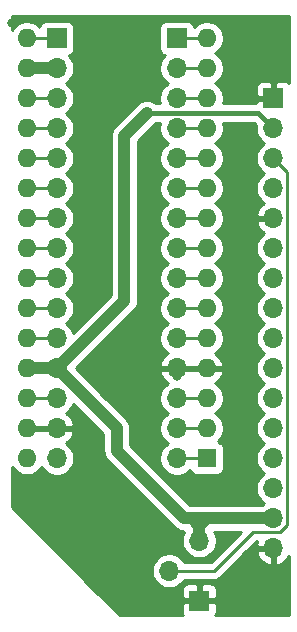
<source format=gbr>
%TF.GenerationSoftware,KiCad,Pcbnew,(5.1.6)-1*%
%TF.CreationDate,2022-01-07T17:36:53-04:00*%
%TF.ProjectId,LCD_adapter,4c43445f-6164-4617-9074-65722e6b6963,rev?*%
%TF.SameCoordinates,Original*%
%TF.FileFunction,Copper,L2,Bot*%
%TF.FilePolarity,Positive*%
%FSLAX46Y46*%
G04 Gerber Fmt 4.6, Leading zero omitted, Abs format (unit mm)*
G04 Created by KiCad (PCBNEW (5.1.6)-1) date 2022-01-07 17:36:53*
%MOMM*%
%LPD*%
G01*
G04 APERTURE LIST*
%TA.AperFunction,ComponentPad*%
%ADD10O,1.700000X1.700000*%
%TD*%
%TA.AperFunction,ComponentPad*%
%ADD11R,1.700000X1.700000*%
%TD*%
%TA.AperFunction,ComponentPad*%
%ADD12O,1.600000X1.600000*%
%TD*%
%TA.AperFunction,ComponentPad*%
%ADD13R,1.600000X1.600000*%
%TD*%
%TA.AperFunction,ViaPad*%
%ADD14C,0.800000*%
%TD*%
%TA.AperFunction,Conductor*%
%ADD15C,0.250000*%
%TD*%
%TA.AperFunction,Conductor*%
%ADD16C,1.000000*%
%TD*%
%TA.AperFunction,Conductor*%
%ADD17C,0.400000*%
%TD*%
%TA.AperFunction,Conductor*%
%ADD18C,0.254000*%
%TD*%
G04 APERTURE END LIST*
D10*
%TO.P,J2,15*%
%TO.N,/D1*%
X163830000Y-100330000D03*
%TO.P,J2,14*%
%TO.N,/D0*%
X163830000Y-97790000D03*
%TO.P,J2,13*%
%TO.N,/nRST*%
X163830000Y-95250000D03*
%TO.P,J2,12*%
%TO.N,GND*%
X163830000Y-92710000D03*
%TO.P,J2,11*%
%TO.N,/D2*%
X163830000Y-90170000D03*
%TO.P,J2,10*%
%TO.N,/D3*%
X163830000Y-87630000D03*
%TO.P,J2,9*%
%TO.N,/D4*%
X163830000Y-85090000D03*
%TO.P,J2,8*%
%TO.N,/D5*%
X163830000Y-82550000D03*
%TO.P,J2,7*%
%TO.N,/D6*%
X163830000Y-80010000D03*
%TO.P,J2,6*%
%TO.N,/D7*%
X163830000Y-77470000D03*
%TO.P,J2,5*%
%TO.N,/D8*%
X163830000Y-74930000D03*
%TO.P,J2,4*%
%TO.N,/D9*%
X163830000Y-72390000D03*
%TO.P,J2,3*%
%TO.N,/D10*%
X163830000Y-69850000D03*
%TO.P,J2,2*%
%TO.N,/D11*%
X163830000Y-67310000D03*
D11*
%TO.P,J2,1*%
%TO.N,/D12*%
X163830000Y-64770000D03*
%TD*%
D10*
%TO.P,J1,15*%
%TO.N,/Vin*%
X153670000Y-100330000D03*
%TO.P,J1,14*%
%TO.N,GND*%
X153670000Y-97790000D03*
%TO.P,J1,13*%
%TO.N,/nRST*%
X153670000Y-95250000D03*
%TO.P,J1,12*%
%TO.N,VDD*%
X153670000Y-92710000D03*
%TO.P,J1,11*%
%TO.N,/A7*%
X153670000Y-90170000D03*
%TO.P,J1,10*%
%TO.N,/A6*%
X153670000Y-87630000D03*
%TO.P,J1,9*%
%TO.N,/A5*%
X153670000Y-85090000D03*
%TO.P,J1,8*%
%TO.N,/A4*%
X153670000Y-82550000D03*
%TO.P,J1,7*%
%TO.N,/A3*%
X153670000Y-80010000D03*
%TO.P,J1,6*%
%TO.N,/A2*%
X153670000Y-77470000D03*
%TO.P,J1,5*%
%TO.N,/A1*%
X153670000Y-74930000D03*
%TO.P,J1,4*%
%TO.N,/A0*%
X153670000Y-72390000D03*
%TO.P,J1,3*%
%TO.N,/AREF*%
X153670000Y-69850000D03*
%TO.P,J1,2*%
%TO.N,/3V3*%
X153670000Y-67310000D03*
D11*
%TO.P,J1,1*%
%TO.N,/D13*%
X153670000Y-64770000D03*
%TD*%
D12*
%TO.P,A1,16*%
%TO.N,/D13*%
X151130000Y-64770000D03*
%TO.P,A1,15*%
%TO.N,/D12*%
X166370000Y-64770000D03*
%TO.P,A1,30*%
%TO.N,/Vin*%
X151130000Y-100330000D03*
%TO.P,A1,14*%
%TO.N,/D11*%
X166370000Y-67310000D03*
%TO.P,A1,29*%
%TO.N,GND*%
X151130000Y-97790000D03*
%TO.P,A1,13*%
%TO.N,/D10*%
X166370000Y-69850000D03*
%TO.P,A1,28*%
%TO.N,/nRST*%
X151130000Y-95250000D03*
%TO.P,A1,12*%
%TO.N,/D9*%
X166370000Y-72390000D03*
%TO.P,A1,27*%
%TO.N,VDD*%
X151130000Y-92710000D03*
%TO.P,A1,11*%
%TO.N,/D8*%
X166370000Y-74930000D03*
%TO.P,A1,26*%
%TO.N,/A7*%
X151130000Y-90170000D03*
%TO.P,A1,10*%
%TO.N,/D7*%
X166370000Y-77470000D03*
%TO.P,A1,25*%
%TO.N,/A6*%
X151130000Y-87630000D03*
%TO.P,A1,9*%
%TO.N,/D6*%
X166370000Y-80010000D03*
%TO.P,A1,24*%
%TO.N,/A5*%
X151130000Y-85090000D03*
%TO.P,A1,8*%
%TO.N,/D5*%
X166370000Y-82550000D03*
%TO.P,A1,23*%
%TO.N,/A4*%
X151130000Y-82550000D03*
%TO.P,A1,7*%
%TO.N,/D4*%
X166370000Y-85090000D03*
%TO.P,A1,22*%
%TO.N,/A3*%
X151130000Y-80010000D03*
%TO.P,A1,6*%
%TO.N,/D3*%
X166370000Y-87630000D03*
%TO.P,A1,21*%
%TO.N,/A2*%
X151130000Y-77470000D03*
%TO.P,A1,5*%
%TO.N,/D2*%
X166370000Y-90170000D03*
%TO.P,A1,20*%
%TO.N,/A1*%
X151130000Y-74930000D03*
%TO.P,A1,4*%
%TO.N,GND*%
X166370000Y-92710000D03*
%TO.P,A1,19*%
%TO.N,/A0*%
X151130000Y-72390000D03*
%TO.P,A1,3*%
%TO.N,/nRST*%
X166370000Y-95250000D03*
%TO.P,A1,18*%
%TO.N,/AREF*%
X151130000Y-69850000D03*
%TO.P,A1,2*%
%TO.N,/D0*%
X166370000Y-97790000D03*
%TO.P,A1,17*%
%TO.N,/3V3*%
X151130000Y-67310000D03*
D13*
%TO.P,A1,1*%
%TO.N,/D1*%
X166370000Y-100330000D03*
%TD*%
D10*
%TO.P,RV1,3*%
%TO.N,VDD*%
X165735000Y-107315000D03*
%TO.P,RV1,2*%
%TO.N,Net-(RV1-Pad2)*%
X163195000Y-109855000D03*
D11*
%TO.P,RV1,1*%
%TO.N,GND*%
X165735000Y-112395000D03*
%TD*%
D10*
%TO.P,U1,16*%
%TO.N,GND*%
X172000000Y-107950000D03*
%TO.P,U1,15*%
%TO.N,VDD*%
X172000000Y-105410000D03*
%TO.P,U1,14*%
%TO.N,/D2*%
X172000000Y-102870000D03*
%TO.P,U1,13*%
%TO.N,/D3*%
X172000000Y-100330000D03*
%TO.P,U1,12*%
%TO.N,/D4*%
X172000000Y-97790000D03*
%TO.P,U1,11*%
%TO.N,/D5*%
X172000000Y-95250000D03*
%TO.P,U1,10*%
%TO.N,Net-(U1-Pad10)*%
X172000000Y-92710000D03*
%TO.P,U1,9*%
%TO.N,Net-(U1-Pad9)*%
X172000000Y-90170000D03*
%TO.P,U1,8*%
%TO.N,Net-(U1-Pad8)*%
X172000000Y-87630000D03*
%TO.P,U1,7*%
%TO.N,Net-(U1-Pad7)*%
X172000000Y-85090000D03*
%TO.P,U1,6*%
%TO.N,/D11*%
X172000000Y-82550000D03*
%TO.P,U1,5*%
%TO.N,GND*%
X172000000Y-80010000D03*
%TO.P,U1,4*%
%TO.N,/D12*%
X172000000Y-77470000D03*
%TO.P,U1,3*%
%TO.N,Net-(RV1-Pad2)*%
X172000000Y-74930000D03*
%TO.P,U1,2*%
%TO.N,VDD*%
X172000000Y-72390000D03*
D11*
%TO.P,U1,1*%
%TO.N,GND*%
X172000000Y-69850000D03*
%TD*%
D14*
%TO.N,GND*%
X149860000Y-63500000D03*
X151130000Y-104140000D03*
X172085000Y-112395000D03*
X159385000Y-112395000D03*
X153670000Y-97790000D03*
X159385000Y-103505000D03*
X161290000Y-92710000D03*
X156210000Y-83185000D03*
X163830000Y-93345000D03*
X165735000Y-102235000D03*
X168910000Y-102235000D03*
X172085000Y-67310000D03*
X172085000Y-64135000D03*
X156210000Y-64135000D03*
X161290000Y-64135000D03*
X161290000Y-69215000D03*
X156210000Y-72390000D03*
X156210000Y-92710000D03*
X156210000Y-97790000D03*
%TO.N,/D8*%
X163830000Y-74930000D03*
%TO.N,/A1*%
X153670000Y-74930000D03*
%TD*%
D15*
%TO.N,/D12*%
X163830000Y-64770000D02*
X166370000Y-64770000D01*
%TO.N,/D11*%
X163830000Y-67310000D02*
X166370000Y-67310000D01*
D16*
%TO.N,VDD*%
X167640000Y-105410000D02*
X172000000Y-105410000D01*
X165735000Y-107315000D02*
X165735000Y-105410000D01*
X165735000Y-106045000D02*
X165100000Y-105410000D01*
X164464980Y-105410000D02*
X165100000Y-105410000D01*
X165735000Y-107315000D02*
X165735000Y-106045000D01*
X165100000Y-105410000D02*
X165735000Y-105410000D01*
X165735000Y-106045000D02*
X166370000Y-105410000D01*
X165735000Y-105410000D02*
X166370000Y-105410000D01*
X166370000Y-105410000D02*
X167640000Y-105410000D01*
X153035000Y-92710000D02*
X153670000Y-92710000D01*
X151130000Y-92710000D02*
X153035000Y-92710000D01*
X164464980Y-105410000D02*
X164464980Y-105409980D01*
X164464980Y-105409980D02*
X158750000Y-99695000D01*
X158750000Y-97790000D02*
X153670000Y-92710000D01*
X158750000Y-99695000D02*
X158750000Y-97790000D01*
X153670000Y-92710000D02*
X158750000Y-87630000D01*
X158750000Y-87630000D02*
X159385000Y-86995000D01*
X159385000Y-86995000D02*
X159385000Y-73025000D01*
X159385000Y-73025000D02*
X160655000Y-71755000D01*
X160655000Y-71755000D02*
X161290000Y-71120000D01*
D17*
X170730000Y-71120000D02*
X161290000Y-71120000D01*
X172000000Y-72390000D02*
X170730000Y-71120000D01*
D15*
%TO.N,/D5*%
X163830000Y-82550000D02*
X166370000Y-82550000D01*
%TO.N,/D4*%
X163830000Y-85090000D02*
X166370000Y-85090000D01*
%TO.N,/D3*%
X163830000Y-87630000D02*
X166370000Y-87630000D01*
%TO.N,/D2*%
X163830000Y-90170000D02*
X166370000Y-90170000D01*
%TO.N,Net-(RV1-Pad2)*%
X166369980Y-109855000D02*
X167005000Y-109855000D01*
X173175001Y-76105001D02*
X172000000Y-74930000D01*
X173175001Y-105974001D02*
X173175001Y-76105001D01*
X172564001Y-106585001D02*
X173175001Y-105974001D01*
X170274999Y-106585001D02*
X172564001Y-106585001D01*
X167005000Y-109855000D02*
X170274999Y-106585001D01*
X166369980Y-109855000D02*
X163195000Y-109855000D01*
%TO.N,/D13*%
X151130000Y-64770000D02*
X153670000Y-64770000D01*
%TO.N,/D10*%
X163830000Y-69850000D02*
X166370000Y-69850000D01*
%TO.N,/nRST*%
X151130000Y-95250000D02*
X153670000Y-95250000D01*
X163830000Y-95250000D02*
X166370000Y-95250000D01*
%TO.N,/D9*%
X163830000Y-72390000D02*
X166370000Y-72390000D01*
%TO.N,/D8*%
X163830000Y-74930000D02*
X166370000Y-74930000D01*
%TO.N,/A7*%
X151130000Y-90170000D02*
X153670000Y-90170000D01*
%TO.N,/D7*%
X163830000Y-77470000D02*
X166370000Y-77470000D01*
%TO.N,/A6*%
X151130000Y-87630000D02*
X153670000Y-87630000D01*
%TO.N,/D6*%
X163830000Y-80010000D02*
X166370000Y-80010000D01*
%TO.N,/A5*%
X151130000Y-85090000D02*
X153670000Y-85090000D01*
%TO.N,/A4*%
X151130000Y-82550000D02*
X153670000Y-82550000D01*
%TO.N,/A3*%
X151130000Y-80010000D02*
X153670000Y-80010000D01*
%TO.N,/A2*%
X151130000Y-77470000D02*
X153670000Y-77470000D01*
%TO.N,/A1*%
X151130000Y-74930000D02*
X153670000Y-74930000D01*
%TO.N,/A0*%
X151130000Y-72390000D02*
X153670000Y-72390000D01*
%TO.N,/AREF*%
X151130000Y-69850000D02*
X153670000Y-69850000D01*
%TO.N,/D0*%
X163830000Y-97790000D02*
X166370000Y-97790000D01*
D16*
%TO.N,/3V3*%
X151130000Y-67310000D02*
X153670000Y-67310000D01*
D15*
%TO.N,/D1*%
X163830000Y-100330000D02*
X166370000Y-100330000D01*
%TD*%
D18*
%TO.N,GND*%
G36*
X157615001Y-98260133D02*
G01*
X157615000Y-99639248D01*
X157609509Y-99695000D01*
X157615000Y-99750751D01*
X157631423Y-99917498D01*
X157696324Y-100131446D01*
X157801716Y-100328623D01*
X157943551Y-100501449D01*
X157986865Y-100536996D01*
X163622897Y-106173029D01*
X163658531Y-106216449D01*
X163831357Y-106358284D01*
X164028533Y-106463676D01*
X164242481Y-106528577D01*
X164460152Y-106550015D01*
X164419010Y-106611589D01*
X164307068Y-106881842D01*
X164250000Y-107168740D01*
X164250000Y-107461260D01*
X164307068Y-107748158D01*
X164419010Y-108018411D01*
X164581525Y-108261632D01*
X164788368Y-108468475D01*
X165031589Y-108630990D01*
X165301842Y-108742932D01*
X165588740Y-108800000D01*
X165881260Y-108800000D01*
X166168158Y-108742932D01*
X166438411Y-108630990D01*
X166681632Y-108468475D01*
X166888475Y-108261632D01*
X167050990Y-108018411D01*
X167162932Y-107748158D01*
X167220000Y-107461260D01*
X167220000Y-107168740D01*
X167162932Y-106881842D01*
X167050990Y-106611589D01*
X167006497Y-106545000D01*
X169240198Y-106545000D01*
X166690199Y-109095000D01*
X164473178Y-109095000D01*
X164348475Y-108908368D01*
X164141632Y-108701525D01*
X163898411Y-108539010D01*
X163628158Y-108427068D01*
X163341260Y-108370000D01*
X163048740Y-108370000D01*
X162761842Y-108427068D01*
X162491589Y-108539010D01*
X162248368Y-108701525D01*
X162041525Y-108908368D01*
X161879010Y-109151589D01*
X161767068Y-109421842D01*
X161710000Y-109708740D01*
X161710000Y-110001260D01*
X161767068Y-110288158D01*
X161879010Y-110558411D01*
X162041525Y-110801632D01*
X162248368Y-111008475D01*
X162491589Y-111170990D01*
X162761842Y-111282932D01*
X163048740Y-111340000D01*
X163341260Y-111340000D01*
X163628158Y-111282932D01*
X163898411Y-111170990D01*
X164141632Y-111008475D01*
X164348475Y-110801632D01*
X164473178Y-110615000D01*
X166967678Y-110615000D01*
X167005000Y-110618676D01*
X167042322Y-110615000D01*
X167042333Y-110615000D01*
X167153986Y-110604003D01*
X167297247Y-110560546D01*
X167429276Y-110489974D01*
X167545001Y-110395001D01*
X167568804Y-110365997D01*
X169627911Y-108306890D01*
X170558524Y-108306890D01*
X170603175Y-108454099D01*
X170728359Y-108716920D01*
X170902412Y-108950269D01*
X171118645Y-109145178D01*
X171368748Y-109294157D01*
X171643109Y-109391481D01*
X171873000Y-109270814D01*
X171873000Y-108077000D01*
X170679845Y-108077000D01*
X170558524Y-108306890D01*
X169627911Y-108306890D01*
X170589801Y-107345001D01*
X170651235Y-107345001D01*
X170603175Y-107445901D01*
X170558524Y-107593110D01*
X170679845Y-107823000D01*
X171873000Y-107823000D01*
X171873000Y-107803000D01*
X172127000Y-107803000D01*
X172127000Y-107823000D01*
X172147000Y-107823000D01*
X172147000Y-108077000D01*
X172127000Y-108077000D01*
X172127000Y-109270814D01*
X172356891Y-109391481D01*
X172631252Y-109294157D01*
X172881355Y-109145178D01*
X173097588Y-108950269D01*
X173271641Y-108716920D01*
X173330000Y-108594396D01*
X173330000Y-113640000D01*
X167082295Y-113640000D01*
X167115537Y-113599494D01*
X167174502Y-113489180D01*
X167210812Y-113369482D01*
X167223072Y-113245000D01*
X167220000Y-112680750D01*
X167061250Y-112522000D01*
X165862000Y-112522000D01*
X165862000Y-112542000D01*
X165608000Y-112542000D01*
X165608000Y-112522000D01*
X164408750Y-112522000D01*
X164250000Y-112680750D01*
X164246928Y-113245000D01*
X164259188Y-113369482D01*
X164295498Y-113489180D01*
X164354463Y-113599494D01*
X164387705Y-113640000D01*
X159023381Y-113640000D01*
X156928381Y-111545000D01*
X164246928Y-111545000D01*
X164250000Y-112109250D01*
X164408750Y-112268000D01*
X165608000Y-112268000D01*
X165608000Y-111068750D01*
X165862000Y-111068750D01*
X165862000Y-112268000D01*
X167061250Y-112268000D01*
X167220000Y-112109250D01*
X167223072Y-111545000D01*
X167210812Y-111420518D01*
X167174502Y-111300820D01*
X167115537Y-111190506D01*
X167036185Y-111093815D01*
X166939494Y-111014463D01*
X166829180Y-110955498D01*
X166709482Y-110919188D01*
X166585000Y-110906928D01*
X166020750Y-110910000D01*
X165862000Y-111068750D01*
X165608000Y-111068750D01*
X165449250Y-110910000D01*
X164885000Y-110906928D01*
X164760518Y-110919188D01*
X164640820Y-110955498D01*
X164530506Y-111014463D01*
X164433815Y-111093815D01*
X164354463Y-111190506D01*
X164295498Y-111300820D01*
X164259188Y-111420518D01*
X164246928Y-111545000D01*
X156928381Y-111545000D01*
X149885000Y-104501620D01*
X149885000Y-101049657D01*
X150015363Y-101244759D01*
X150215241Y-101444637D01*
X150450273Y-101601680D01*
X150711426Y-101709853D01*
X150988665Y-101765000D01*
X151271335Y-101765000D01*
X151548574Y-101709853D01*
X151809727Y-101601680D01*
X152044759Y-101444637D01*
X152244637Y-101244759D01*
X152369932Y-101057241D01*
X152516525Y-101276632D01*
X152723368Y-101483475D01*
X152966589Y-101645990D01*
X153236842Y-101757932D01*
X153523740Y-101815000D01*
X153816260Y-101815000D01*
X154103158Y-101757932D01*
X154373411Y-101645990D01*
X154616632Y-101483475D01*
X154823475Y-101276632D01*
X154985990Y-101033411D01*
X155097932Y-100763158D01*
X155155000Y-100476260D01*
X155155000Y-100183740D01*
X155097932Y-99896842D01*
X154985990Y-99626589D01*
X154823475Y-99383368D01*
X154616632Y-99176525D01*
X154434466Y-99054805D01*
X154551355Y-98985178D01*
X154767588Y-98790269D01*
X154941641Y-98556920D01*
X155066825Y-98294099D01*
X155111476Y-98146890D01*
X154990155Y-97917000D01*
X153797000Y-97917000D01*
X153797000Y-97937000D01*
X153543000Y-97937000D01*
X153543000Y-97917000D01*
X151257000Y-97917000D01*
X151257000Y-97937000D01*
X151003000Y-97937000D01*
X151003000Y-97917000D01*
X150983000Y-97917000D01*
X150983000Y-97663000D01*
X151003000Y-97663000D01*
X151003000Y-97643000D01*
X151257000Y-97643000D01*
X151257000Y-97663000D01*
X153543000Y-97663000D01*
X153543000Y-97643000D01*
X153797000Y-97643000D01*
X153797000Y-97663000D01*
X154990155Y-97663000D01*
X155111476Y-97433110D01*
X155066825Y-97285901D01*
X154941641Y-97023080D01*
X154767588Y-96789731D01*
X154551355Y-96594822D01*
X154434466Y-96525195D01*
X154616632Y-96403475D01*
X154823475Y-96196632D01*
X154985990Y-95953411D01*
X155080386Y-95725518D01*
X157615001Y-98260133D01*
G37*
X157615001Y-98260133D02*
X157615000Y-99639248D01*
X157609509Y-99695000D01*
X157615000Y-99750751D01*
X157631423Y-99917498D01*
X157696324Y-100131446D01*
X157801716Y-100328623D01*
X157943551Y-100501449D01*
X157986865Y-100536996D01*
X163622897Y-106173029D01*
X163658531Y-106216449D01*
X163831357Y-106358284D01*
X164028533Y-106463676D01*
X164242481Y-106528577D01*
X164460152Y-106550015D01*
X164419010Y-106611589D01*
X164307068Y-106881842D01*
X164250000Y-107168740D01*
X164250000Y-107461260D01*
X164307068Y-107748158D01*
X164419010Y-108018411D01*
X164581525Y-108261632D01*
X164788368Y-108468475D01*
X165031589Y-108630990D01*
X165301842Y-108742932D01*
X165588740Y-108800000D01*
X165881260Y-108800000D01*
X166168158Y-108742932D01*
X166438411Y-108630990D01*
X166681632Y-108468475D01*
X166888475Y-108261632D01*
X167050990Y-108018411D01*
X167162932Y-107748158D01*
X167220000Y-107461260D01*
X167220000Y-107168740D01*
X167162932Y-106881842D01*
X167050990Y-106611589D01*
X167006497Y-106545000D01*
X169240198Y-106545000D01*
X166690199Y-109095000D01*
X164473178Y-109095000D01*
X164348475Y-108908368D01*
X164141632Y-108701525D01*
X163898411Y-108539010D01*
X163628158Y-108427068D01*
X163341260Y-108370000D01*
X163048740Y-108370000D01*
X162761842Y-108427068D01*
X162491589Y-108539010D01*
X162248368Y-108701525D01*
X162041525Y-108908368D01*
X161879010Y-109151589D01*
X161767068Y-109421842D01*
X161710000Y-109708740D01*
X161710000Y-110001260D01*
X161767068Y-110288158D01*
X161879010Y-110558411D01*
X162041525Y-110801632D01*
X162248368Y-111008475D01*
X162491589Y-111170990D01*
X162761842Y-111282932D01*
X163048740Y-111340000D01*
X163341260Y-111340000D01*
X163628158Y-111282932D01*
X163898411Y-111170990D01*
X164141632Y-111008475D01*
X164348475Y-110801632D01*
X164473178Y-110615000D01*
X166967678Y-110615000D01*
X167005000Y-110618676D01*
X167042322Y-110615000D01*
X167042333Y-110615000D01*
X167153986Y-110604003D01*
X167297247Y-110560546D01*
X167429276Y-110489974D01*
X167545001Y-110395001D01*
X167568804Y-110365997D01*
X169627911Y-108306890D01*
X170558524Y-108306890D01*
X170603175Y-108454099D01*
X170728359Y-108716920D01*
X170902412Y-108950269D01*
X171118645Y-109145178D01*
X171368748Y-109294157D01*
X171643109Y-109391481D01*
X171873000Y-109270814D01*
X171873000Y-108077000D01*
X170679845Y-108077000D01*
X170558524Y-108306890D01*
X169627911Y-108306890D01*
X170589801Y-107345001D01*
X170651235Y-107345001D01*
X170603175Y-107445901D01*
X170558524Y-107593110D01*
X170679845Y-107823000D01*
X171873000Y-107823000D01*
X171873000Y-107803000D01*
X172127000Y-107803000D01*
X172127000Y-107823000D01*
X172147000Y-107823000D01*
X172147000Y-108077000D01*
X172127000Y-108077000D01*
X172127000Y-109270814D01*
X172356891Y-109391481D01*
X172631252Y-109294157D01*
X172881355Y-109145178D01*
X173097588Y-108950269D01*
X173271641Y-108716920D01*
X173330000Y-108594396D01*
X173330000Y-113640000D01*
X167082295Y-113640000D01*
X167115537Y-113599494D01*
X167174502Y-113489180D01*
X167210812Y-113369482D01*
X167223072Y-113245000D01*
X167220000Y-112680750D01*
X167061250Y-112522000D01*
X165862000Y-112522000D01*
X165862000Y-112542000D01*
X165608000Y-112542000D01*
X165608000Y-112522000D01*
X164408750Y-112522000D01*
X164250000Y-112680750D01*
X164246928Y-113245000D01*
X164259188Y-113369482D01*
X164295498Y-113489180D01*
X164354463Y-113599494D01*
X164387705Y-113640000D01*
X159023381Y-113640000D01*
X156928381Y-111545000D01*
X164246928Y-111545000D01*
X164250000Y-112109250D01*
X164408750Y-112268000D01*
X165608000Y-112268000D01*
X165608000Y-111068750D01*
X165862000Y-111068750D01*
X165862000Y-112268000D01*
X167061250Y-112268000D01*
X167220000Y-112109250D01*
X167223072Y-111545000D01*
X167210812Y-111420518D01*
X167174502Y-111300820D01*
X167115537Y-111190506D01*
X167036185Y-111093815D01*
X166939494Y-111014463D01*
X166829180Y-110955498D01*
X166709482Y-110919188D01*
X166585000Y-110906928D01*
X166020750Y-110910000D01*
X165862000Y-111068750D01*
X165608000Y-111068750D01*
X165449250Y-110910000D01*
X164885000Y-110906928D01*
X164760518Y-110919188D01*
X164640820Y-110955498D01*
X164530506Y-111014463D01*
X164433815Y-111093815D01*
X164354463Y-111190506D01*
X164295498Y-111300820D01*
X164259188Y-111420518D01*
X164246928Y-111545000D01*
X156928381Y-111545000D01*
X149885000Y-104501620D01*
X149885000Y-101049657D01*
X150015363Y-101244759D01*
X150215241Y-101444637D01*
X150450273Y-101601680D01*
X150711426Y-101709853D01*
X150988665Y-101765000D01*
X151271335Y-101765000D01*
X151548574Y-101709853D01*
X151809727Y-101601680D01*
X152044759Y-101444637D01*
X152244637Y-101244759D01*
X152369932Y-101057241D01*
X152516525Y-101276632D01*
X152723368Y-101483475D01*
X152966589Y-101645990D01*
X153236842Y-101757932D01*
X153523740Y-101815000D01*
X153816260Y-101815000D01*
X154103158Y-101757932D01*
X154373411Y-101645990D01*
X154616632Y-101483475D01*
X154823475Y-101276632D01*
X154985990Y-101033411D01*
X155097932Y-100763158D01*
X155155000Y-100476260D01*
X155155000Y-100183740D01*
X155097932Y-99896842D01*
X154985990Y-99626589D01*
X154823475Y-99383368D01*
X154616632Y-99176525D01*
X154434466Y-99054805D01*
X154551355Y-98985178D01*
X154767588Y-98790269D01*
X154941641Y-98556920D01*
X155066825Y-98294099D01*
X155111476Y-98146890D01*
X154990155Y-97917000D01*
X153797000Y-97917000D01*
X153797000Y-97937000D01*
X153543000Y-97937000D01*
X153543000Y-97917000D01*
X151257000Y-97917000D01*
X151257000Y-97937000D01*
X151003000Y-97937000D01*
X151003000Y-97917000D01*
X150983000Y-97917000D01*
X150983000Y-97663000D01*
X151003000Y-97663000D01*
X151003000Y-97643000D01*
X151257000Y-97643000D01*
X151257000Y-97663000D01*
X153543000Y-97663000D01*
X153543000Y-97643000D01*
X153797000Y-97643000D01*
X153797000Y-97663000D01*
X154990155Y-97663000D01*
X155111476Y-97433110D01*
X155066825Y-97285901D01*
X154941641Y-97023080D01*
X154767588Y-96789731D01*
X154551355Y-96594822D01*
X154434466Y-96525195D01*
X154616632Y-96403475D01*
X154823475Y-96196632D01*
X154985990Y-95953411D01*
X155080386Y-95725518D01*
X157615001Y-98260133D01*
G36*
X162402068Y-71956842D02*
G01*
X162345000Y-72243740D01*
X162345000Y-72536260D01*
X162402068Y-72823158D01*
X162514010Y-73093411D01*
X162676525Y-73336632D01*
X162883368Y-73543475D01*
X163057760Y-73660000D01*
X162883368Y-73776525D01*
X162676525Y-73983368D01*
X162514010Y-74226589D01*
X162402068Y-74496842D01*
X162345000Y-74783740D01*
X162345000Y-75076260D01*
X162402068Y-75363158D01*
X162514010Y-75633411D01*
X162676525Y-75876632D01*
X162883368Y-76083475D01*
X163057760Y-76200000D01*
X162883368Y-76316525D01*
X162676525Y-76523368D01*
X162514010Y-76766589D01*
X162402068Y-77036842D01*
X162345000Y-77323740D01*
X162345000Y-77616260D01*
X162402068Y-77903158D01*
X162514010Y-78173411D01*
X162676525Y-78416632D01*
X162883368Y-78623475D01*
X163057760Y-78740000D01*
X162883368Y-78856525D01*
X162676525Y-79063368D01*
X162514010Y-79306589D01*
X162402068Y-79576842D01*
X162345000Y-79863740D01*
X162345000Y-80156260D01*
X162402068Y-80443158D01*
X162514010Y-80713411D01*
X162676525Y-80956632D01*
X162883368Y-81163475D01*
X163057760Y-81280000D01*
X162883368Y-81396525D01*
X162676525Y-81603368D01*
X162514010Y-81846589D01*
X162402068Y-82116842D01*
X162345000Y-82403740D01*
X162345000Y-82696260D01*
X162402068Y-82983158D01*
X162514010Y-83253411D01*
X162676525Y-83496632D01*
X162883368Y-83703475D01*
X163057760Y-83820000D01*
X162883368Y-83936525D01*
X162676525Y-84143368D01*
X162514010Y-84386589D01*
X162402068Y-84656842D01*
X162345000Y-84943740D01*
X162345000Y-85236260D01*
X162402068Y-85523158D01*
X162514010Y-85793411D01*
X162676525Y-86036632D01*
X162883368Y-86243475D01*
X163057760Y-86360000D01*
X162883368Y-86476525D01*
X162676525Y-86683368D01*
X162514010Y-86926589D01*
X162402068Y-87196842D01*
X162345000Y-87483740D01*
X162345000Y-87776260D01*
X162402068Y-88063158D01*
X162514010Y-88333411D01*
X162676525Y-88576632D01*
X162883368Y-88783475D01*
X163057760Y-88900000D01*
X162883368Y-89016525D01*
X162676525Y-89223368D01*
X162514010Y-89466589D01*
X162402068Y-89736842D01*
X162345000Y-90023740D01*
X162345000Y-90316260D01*
X162402068Y-90603158D01*
X162514010Y-90873411D01*
X162676525Y-91116632D01*
X162883368Y-91323475D01*
X163065534Y-91445195D01*
X162948645Y-91514822D01*
X162732412Y-91709731D01*
X162558359Y-91943080D01*
X162433175Y-92205901D01*
X162388524Y-92353110D01*
X162509845Y-92583000D01*
X163703000Y-92583000D01*
X163703000Y-92563000D01*
X163957000Y-92563000D01*
X163957000Y-92583000D01*
X166243000Y-92583000D01*
X166243000Y-92563000D01*
X166497000Y-92563000D01*
X166497000Y-92583000D01*
X167639915Y-92583000D01*
X167761904Y-92360961D01*
X167721246Y-92226913D01*
X167601037Y-91972580D01*
X167433519Y-91746586D01*
X167225131Y-91557615D01*
X167039135Y-91446067D01*
X167049727Y-91441680D01*
X167284759Y-91284637D01*
X167484637Y-91084759D01*
X167641680Y-90849727D01*
X167749853Y-90588574D01*
X167805000Y-90311335D01*
X167805000Y-90028665D01*
X167749853Y-89751426D01*
X167641680Y-89490273D01*
X167484637Y-89255241D01*
X167284759Y-89055363D01*
X167052241Y-88900000D01*
X167284759Y-88744637D01*
X167484637Y-88544759D01*
X167641680Y-88309727D01*
X167749853Y-88048574D01*
X167805000Y-87771335D01*
X167805000Y-87488665D01*
X167749853Y-87211426D01*
X167641680Y-86950273D01*
X167484637Y-86715241D01*
X167284759Y-86515363D01*
X167052241Y-86360000D01*
X167284759Y-86204637D01*
X167484637Y-86004759D01*
X167641680Y-85769727D01*
X167749853Y-85508574D01*
X167805000Y-85231335D01*
X167805000Y-84948665D01*
X167749853Y-84671426D01*
X167641680Y-84410273D01*
X167484637Y-84175241D01*
X167284759Y-83975363D01*
X167052241Y-83820000D01*
X167284759Y-83664637D01*
X167484637Y-83464759D01*
X167641680Y-83229727D01*
X167749853Y-82968574D01*
X167805000Y-82691335D01*
X167805000Y-82408665D01*
X167749853Y-82131426D01*
X167641680Y-81870273D01*
X167484637Y-81635241D01*
X167284759Y-81435363D01*
X167052241Y-81280000D01*
X167284759Y-81124637D01*
X167484637Y-80924759D01*
X167641680Y-80689727D01*
X167749853Y-80428574D01*
X167805000Y-80151335D01*
X167805000Y-79868665D01*
X167749853Y-79591426D01*
X167641680Y-79330273D01*
X167484637Y-79095241D01*
X167284759Y-78895363D01*
X167052241Y-78740000D01*
X167284759Y-78584637D01*
X167484637Y-78384759D01*
X167641680Y-78149727D01*
X167749853Y-77888574D01*
X167805000Y-77611335D01*
X167805000Y-77328665D01*
X167749853Y-77051426D01*
X167641680Y-76790273D01*
X167484637Y-76555241D01*
X167284759Y-76355363D01*
X167052241Y-76200000D01*
X167284759Y-76044637D01*
X167484637Y-75844759D01*
X167641680Y-75609727D01*
X167749853Y-75348574D01*
X167805000Y-75071335D01*
X167805000Y-74788665D01*
X167749853Y-74511426D01*
X167641680Y-74250273D01*
X167484637Y-74015241D01*
X167284759Y-73815363D01*
X167052241Y-73660000D01*
X167284759Y-73504637D01*
X167484637Y-73304759D01*
X167641680Y-73069727D01*
X167749853Y-72808574D01*
X167805000Y-72531335D01*
X167805000Y-72248665D01*
X167749853Y-71971426D01*
X167743049Y-71955000D01*
X170384133Y-71955000D01*
X170541193Y-72112060D01*
X170515000Y-72243740D01*
X170515000Y-72536260D01*
X170572068Y-72823158D01*
X170684010Y-73093411D01*
X170846525Y-73336632D01*
X171053368Y-73543475D01*
X171227760Y-73660000D01*
X171053368Y-73776525D01*
X170846525Y-73983368D01*
X170684010Y-74226589D01*
X170572068Y-74496842D01*
X170515000Y-74783740D01*
X170515000Y-75076260D01*
X170572068Y-75363158D01*
X170684010Y-75633411D01*
X170846525Y-75876632D01*
X171053368Y-76083475D01*
X171227760Y-76200000D01*
X171053368Y-76316525D01*
X170846525Y-76523368D01*
X170684010Y-76766589D01*
X170572068Y-77036842D01*
X170515000Y-77323740D01*
X170515000Y-77616260D01*
X170572068Y-77903158D01*
X170684010Y-78173411D01*
X170846525Y-78416632D01*
X171053368Y-78623475D01*
X171235534Y-78745195D01*
X171118645Y-78814822D01*
X170902412Y-79009731D01*
X170728359Y-79243080D01*
X170603175Y-79505901D01*
X170558524Y-79653110D01*
X170679845Y-79883000D01*
X171873000Y-79883000D01*
X171873000Y-79863000D01*
X172127000Y-79863000D01*
X172127000Y-79883000D01*
X172147000Y-79883000D01*
X172147000Y-80137000D01*
X172127000Y-80137000D01*
X172127000Y-80157000D01*
X171873000Y-80157000D01*
X171873000Y-80137000D01*
X170679845Y-80137000D01*
X170558524Y-80366890D01*
X170603175Y-80514099D01*
X170728359Y-80776920D01*
X170902412Y-81010269D01*
X171118645Y-81205178D01*
X171235534Y-81274805D01*
X171053368Y-81396525D01*
X170846525Y-81603368D01*
X170684010Y-81846589D01*
X170572068Y-82116842D01*
X170515000Y-82403740D01*
X170515000Y-82696260D01*
X170572068Y-82983158D01*
X170684010Y-83253411D01*
X170846525Y-83496632D01*
X171053368Y-83703475D01*
X171227760Y-83820000D01*
X171053368Y-83936525D01*
X170846525Y-84143368D01*
X170684010Y-84386589D01*
X170572068Y-84656842D01*
X170515000Y-84943740D01*
X170515000Y-85236260D01*
X170572068Y-85523158D01*
X170684010Y-85793411D01*
X170846525Y-86036632D01*
X171053368Y-86243475D01*
X171227760Y-86360000D01*
X171053368Y-86476525D01*
X170846525Y-86683368D01*
X170684010Y-86926589D01*
X170572068Y-87196842D01*
X170515000Y-87483740D01*
X170515000Y-87776260D01*
X170572068Y-88063158D01*
X170684010Y-88333411D01*
X170846525Y-88576632D01*
X171053368Y-88783475D01*
X171227760Y-88900000D01*
X171053368Y-89016525D01*
X170846525Y-89223368D01*
X170684010Y-89466589D01*
X170572068Y-89736842D01*
X170515000Y-90023740D01*
X170515000Y-90316260D01*
X170572068Y-90603158D01*
X170684010Y-90873411D01*
X170846525Y-91116632D01*
X171053368Y-91323475D01*
X171227760Y-91440000D01*
X171053368Y-91556525D01*
X170846525Y-91763368D01*
X170684010Y-92006589D01*
X170572068Y-92276842D01*
X170515000Y-92563740D01*
X170515000Y-92856260D01*
X170572068Y-93143158D01*
X170684010Y-93413411D01*
X170846525Y-93656632D01*
X171053368Y-93863475D01*
X171227760Y-93980000D01*
X171053368Y-94096525D01*
X170846525Y-94303368D01*
X170684010Y-94546589D01*
X170572068Y-94816842D01*
X170515000Y-95103740D01*
X170515000Y-95396260D01*
X170572068Y-95683158D01*
X170684010Y-95953411D01*
X170846525Y-96196632D01*
X171053368Y-96403475D01*
X171227760Y-96520000D01*
X171053368Y-96636525D01*
X170846525Y-96843368D01*
X170684010Y-97086589D01*
X170572068Y-97356842D01*
X170515000Y-97643740D01*
X170515000Y-97936260D01*
X170572068Y-98223158D01*
X170684010Y-98493411D01*
X170846525Y-98736632D01*
X171053368Y-98943475D01*
X171227760Y-99060000D01*
X171053368Y-99176525D01*
X170846525Y-99383368D01*
X170684010Y-99626589D01*
X170572068Y-99896842D01*
X170515000Y-100183740D01*
X170515000Y-100476260D01*
X170572068Y-100763158D01*
X170684010Y-101033411D01*
X170846525Y-101276632D01*
X171053368Y-101483475D01*
X171227760Y-101600000D01*
X171053368Y-101716525D01*
X170846525Y-101923368D01*
X170684010Y-102166589D01*
X170572068Y-102436842D01*
X170515000Y-102723740D01*
X170515000Y-103016260D01*
X170572068Y-103303158D01*
X170684010Y-103573411D01*
X170846525Y-103816632D01*
X171053368Y-104023475D01*
X171227760Y-104140000D01*
X171053368Y-104256525D01*
X171034893Y-104275000D01*
X166425752Y-104275000D01*
X166370000Y-104269509D01*
X166314248Y-104275000D01*
X165790752Y-104275000D01*
X165735000Y-104269509D01*
X165679249Y-104275000D01*
X165155751Y-104275000D01*
X165100000Y-104269509D01*
X165044249Y-104275000D01*
X164935132Y-104275000D01*
X159885000Y-99224869D01*
X159885000Y-97845751D01*
X159890491Y-97790000D01*
X159868577Y-97567501D01*
X159803676Y-97353553D01*
X159698284Y-97156377D01*
X159639258Y-97084454D01*
X159556449Y-96983551D01*
X159513141Y-96948009D01*
X157668872Y-95103740D01*
X162345000Y-95103740D01*
X162345000Y-95396260D01*
X162402068Y-95683158D01*
X162514010Y-95953411D01*
X162676525Y-96196632D01*
X162883368Y-96403475D01*
X163057760Y-96520000D01*
X162883368Y-96636525D01*
X162676525Y-96843368D01*
X162514010Y-97086589D01*
X162402068Y-97356842D01*
X162345000Y-97643740D01*
X162345000Y-97936260D01*
X162402068Y-98223158D01*
X162514010Y-98493411D01*
X162676525Y-98736632D01*
X162883368Y-98943475D01*
X163057760Y-99060000D01*
X162883368Y-99176525D01*
X162676525Y-99383368D01*
X162514010Y-99626589D01*
X162402068Y-99896842D01*
X162345000Y-100183740D01*
X162345000Y-100476260D01*
X162402068Y-100763158D01*
X162514010Y-101033411D01*
X162676525Y-101276632D01*
X162883368Y-101483475D01*
X163126589Y-101645990D01*
X163396842Y-101757932D01*
X163683740Y-101815000D01*
X163976260Y-101815000D01*
X164263158Y-101757932D01*
X164533411Y-101645990D01*
X164776632Y-101483475D01*
X164958487Y-101301620D01*
X164980498Y-101374180D01*
X165039463Y-101484494D01*
X165118815Y-101581185D01*
X165215506Y-101660537D01*
X165325820Y-101719502D01*
X165445518Y-101755812D01*
X165570000Y-101768072D01*
X167170000Y-101768072D01*
X167294482Y-101755812D01*
X167414180Y-101719502D01*
X167524494Y-101660537D01*
X167621185Y-101581185D01*
X167700537Y-101484494D01*
X167759502Y-101374180D01*
X167795812Y-101254482D01*
X167808072Y-101130000D01*
X167808072Y-99530000D01*
X167795812Y-99405518D01*
X167759502Y-99285820D01*
X167700537Y-99175506D01*
X167621185Y-99078815D01*
X167524494Y-98999463D01*
X167414180Y-98940498D01*
X167294482Y-98904188D01*
X167286039Y-98903357D01*
X167484637Y-98704759D01*
X167641680Y-98469727D01*
X167749853Y-98208574D01*
X167805000Y-97931335D01*
X167805000Y-97648665D01*
X167749853Y-97371426D01*
X167641680Y-97110273D01*
X167484637Y-96875241D01*
X167284759Y-96675363D01*
X167052241Y-96520000D01*
X167284759Y-96364637D01*
X167484637Y-96164759D01*
X167641680Y-95929727D01*
X167749853Y-95668574D01*
X167805000Y-95391335D01*
X167805000Y-95108665D01*
X167749853Y-94831426D01*
X167641680Y-94570273D01*
X167484637Y-94335241D01*
X167284759Y-94135363D01*
X167049727Y-93978320D01*
X167039135Y-93973933D01*
X167225131Y-93862385D01*
X167433519Y-93673414D01*
X167601037Y-93447420D01*
X167721246Y-93193087D01*
X167761904Y-93059039D01*
X167639915Y-92837000D01*
X166497000Y-92837000D01*
X166497000Y-92857000D01*
X166243000Y-92857000D01*
X166243000Y-92837000D01*
X163957000Y-92837000D01*
X163957000Y-92857000D01*
X163703000Y-92857000D01*
X163703000Y-92837000D01*
X162509845Y-92837000D01*
X162388524Y-93066890D01*
X162433175Y-93214099D01*
X162558359Y-93476920D01*
X162732412Y-93710269D01*
X162948645Y-93905178D01*
X163065534Y-93974805D01*
X162883368Y-94096525D01*
X162676525Y-94303368D01*
X162514010Y-94546589D01*
X162402068Y-94816842D01*
X162345000Y-95103740D01*
X157668872Y-95103740D01*
X155275131Y-92710000D01*
X159591988Y-88393144D01*
X159591992Y-88393139D01*
X160148140Y-87836992D01*
X160191449Y-87801449D01*
X160333284Y-87628623D01*
X160438676Y-87431447D01*
X160503577Y-87217499D01*
X160520000Y-87050752D01*
X160520000Y-87050751D01*
X160525491Y-86995000D01*
X160520000Y-86939248D01*
X160520000Y-73495131D01*
X161496988Y-72518144D01*
X161496992Y-72518139D01*
X162060132Y-71955000D01*
X162402831Y-71955000D01*
X162402068Y-71956842D01*
G37*
X162402068Y-71956842D02*
X162345000Y-72243740D01*
X162345000Y-72536260D01*
X162402068Y-72823158D01*
X162514010Y-73093411D01*
X162676525Y-73336632D01*
X162883368Y-73543475D01*
X163057760Y-73660000D01*
X162883368Y-73776525D01*
X162676525Y-73983368D01*
X162514010Y-74226589D01*
X162402068Y-74496842D01*
X162345000Y-74783740D01*
X162345000Y-75076260D01*
X162402068Y-75363158D01*
X162514010Y-75633411D01*
X162676525Y-75876632D01*
X162883368Y-76083475D01*
X163057760Y-76200000D01*
X162883368Y-76316525D01*
X162676525Y-76523368D01*
X162514010Y-76766589D01*
X162402068Y-77036842D01*
X162345000Y-77323740D01*
X162345000Y-77616260D01*
X162402068Y-77903158D01*
X162514010Y-78173411D01*
X162676525Y-78416632D01*
X162883368Y-78623475D01*
X163057760Y-78740000D01*
X162883368Y-78856525D01*
X162676525Y-79063368D01*
X162514010Y-79306589D01*
X162402068Y-79576842D01*
X162345000Y-79863740D01*
X162345000Y-80156260D01*
X162402068Y-80443158D01*
X162514010Y-80713411D01*
X162676525Y-80956632D01*
X162883368Y-81163475D01*
X163057760Y-81280000D01*
X162883368Y-81396525D01*
X162676525Y-81603368D01*
X162514010Y-81846589D01*
X162402068Y-82116842D01*
X162345000Y-82403740D01*
X162345000Y-82696260D01*
X162402068Y-82983158D01*
X162514010Y-83253411D01*
X162676525Y-83496632D01*
X162883368Y-83703475D01*
X163057760Y-83820000D01*
X162883368Y-83936525D01*
X162676525Y-84143368D01*
X162514010Y-84386589D01*
X162402068Y-84656842D01*
X162345000Y-84943740D01*
X162345000Y-85236260D01*
X162402068Y-85523158D01*
X162514010Y-85793411D01*
X162676525Y-86036632D01*
X162883368Y-86243475D01*
X163057760Y-86360000D01*
X162883368Y-86476525D01*
X162676525Y-86683368D01*
X162514010Y-86926589D01*
X162402068Y-87196842D01*
X162345000Y-87483740D01*
X162345000Y-87776260D01*
X162402068Y-88063158D01*
X162514010Y-88333411D01*
X162676525Y-88576632D01*
X162883368Y-88783475D01*
X163057760Y-88900000D01*
X162883368Y-89016525D01*
X162676525Y-89223368D01*
X162514010Y-89466589D01*
X162402068Y-89736842D01*
X162345000Y-90023740D01*
X162345000Y-90316260D01*
X162402068Y-90603158D01*
X162514010Y-90873411D01*
X162676525Y-91116632D01*
X162883368Y-91323475D01*
X163065534Y-91445195D01*
X162948645Y-91514822D01*
X162732412Y-91709731D01*
X162558359Y-91943080D01*
X162433175Y-92205901D01*
X162388524Y-92353110D01*
X162509845Y-92583000D01*
X163703000Y-92583000D01*
X163703000Y-92563000D01*
X163957000Y-92563000D01*
X163957000Y-92583000D01*
X166243000Y-92583000D01*
X166243000Y-92563000D01*
X166497000Y-92563000D01*
X166497000Y-92583000D01*
X167639915Y-92583000D01*
X167761904Y-92360961D01*
X167721246Y-92226913D01*
X167601037Y-91972580D01*
X167433519Y-91746586D01*
X167225131Y-91557615D01*
X167039135Y-91446067D01*
X167049727Y-91441680D01*
X167284759Y-91284637D01*
X167484637Y-91084759D01*
X167641680Y-90849727D01*
X167749853Y-90588574D01*
X167805000Y-90311335D01*
X167805000Y-90028665D01*
X167749853Y-89751426D01*
X167641680Y-89490273D01*
X167484637Y-89255241D01*
X167284759Y-89055363D01*
X167052241Y-88900000D01*
X167284759Y-88744637D01*
X167484637Y-88544759D01*
X167641680Y-88309727D01*
X167749853Y-88048574D01*
X167805000Y-87771335D01*
X167805000Y-87488665D01*
X167749853Y-87211426D01*
X167641680Y-86950273D01*
X167484637Y-86715241D01*
X167284759Y-86515363D01*
X167052241Y-86360000D01*
X167284759Y-86204637D01*
X167484637Y-86004759D01*
X167641680Y-85769727D01*
X167749853Y-85508574D01*
X167805000Y-85231335D01*
X167805000Y-84948665D01*
X167749853Y-84671426D01*
X167641680Y-84410273D01*
X167484637Y-84175241D01*
X167284759Y-83975363D01*
X167052241Y-83820000D01*
X167284759Y-83664637D01*
X167484637Y-83464759D01*
X167641680Y-83229727D01*
X167749853Y-82968574D01*
X167805000Y-82691335D01*
X167805000Y-82408665D01*
X167749853Y-82131426D01*
X167641680Y-81870273D01*
X167484637Y-81635241D01*
X167284759Y-81435363D01*
X167052241Y-81280000D01*
X167284759Y-81124637D01*
X167484637Y-80924759D01*
X167641680Y-80689727D01*
X167749853Y-80428574D01*
X167805000Y-80151335D01*
X167805000Y-79868665D01*
X167749853Y-79591426D01*
X167641680Y-79330273D01*
X167484637Y-79095241D01*
X167284759Y-78895363D01*
X167052241Y-78740000D01*
X167284759Y-78584637D01*
X167484637Y-78384759D01*
X167641680Y-78149727D01*
X167749853Y-77888574D01*
X167805000Y-77611335D01*
X167805000Y-77328665D01*
X167749853Y-77051426D01*
X167641680Y-76790273D01*
X167484637Y-76555241D01*
X167284759Y-76355363D01*
X167052241Y-76200000D01*
X167284759Y-76044637D01*
X167484637Y-75844759D01*
X167641680Y-75609727D01*
X167749853Y-75348574D01*
X167805000Y-75071335D01*
X167805000Y-74788665D01*
X167749853Y-74511426D01*
X167641680Y-74250273D01*
X167484637Y-74015241D01*
X167284759Y-73815363D01*
X167052241Y-73660000D01*
X167284759Y-73504637D01*
X167484637Y-73304759D01*
X167641680Y-73069727D01*
X167749853Y-72808574D01*
X167805000Y-72531335D01*
X167805000Y-72248665D01*
X167749853Y-71971426D01*
X167743049Y-71955000D01*
X170384133Y-71955000D01*
X170541193Y-72112060D01*
X170515000Y-72243740D01*
X170515000Y-72536260D01*
X170572068Y-72823158D01*
X170684010Y-73093411D01*
X170846525Y-73336632D01*
X171053368Y-73543475D01*
X171227760Y-73660000D01*
X171053368Y-73776525D01*
X170846525Y-73983368D01*
X170684010Y-74226589D01*
X170572068Y-74496842D01*
X170515000Y-74783740D01*
X170515000Y-75076260D01*
X170572068Y-75363158D01*
X170684010Y-75633411D01*
X170846525Y-75876632D01*
X171053368Y-76083475D01*
X171227760Y-76200000D01*
X171053368Y-76316525D01*
X170846525Y-76523368D01*
X170684010Y-76766589D01*
X170572068Y-77036842D01*
X170515000Y-77323740D01*
X170515000Y-77616260D01*
X170572068Y-77903158D01*
X170684010Y-78173411D01*
X170846525Y-78416632D01*
X171053368Y-78623475D01*
X171235534Y-78745195D01*
X171118645Y-78814822D01*
X170902412Y-79009731D01*
X170728359Y-79243080D01*
X170603175Y-79505901D01*
X170558524Y-79653110D01*
X170679845Y-79883000D01*
X171873000Y-79883000D01*
X171873000Y-79863000D01*
X172127000Y-79863000D01*
X172127000Y-79883000D01*
X172147000Y-79883000D01*
X172147000Y-80137000D01*
X172127000Y-80137000D01*
X172127000Y-80157000D01*
X171873000Y-80157000D01*
X171873000Y-80137000D01*
X170679845Y-80137000D01*
X170558524Y-80366890D01*
X170603175Y-80514099D01*
X170728359Y-80776920D01*
X170902412Y-81010269D01*
X171118645Y-81205178D01*
X171235534Y-81274805D01*
X171053368Y-81396525D01*
X170846525Y-81603368D01*
X170684010Y-81846589D01*
X170572068Y-82116842D01*
X170515000Y-82403740D01*
X170515000Y-82696260D01*
X170572068Y-82983158D01*
X170684010Y-83253411D01*
X170846525Y-83496632D01*
X171053368Y-83703475D01*
X171227760Y-83820000D01*
X171053368Y-83936525D01*
X170846525Y-84143368D01*
X170684010Y-84386589D01*
X170572068Y-84656842D01*
X170515000Y-84943740D01*
X170515000Y-85236260D01*
X170572068Y-85523158D01*
X170684010Y-85793411D01*
X170846525Y-86036632D01*
X171053368Y-86243475D01*
X171227760Y-86360000D01*
X171053368Y-86476525D01*
X170846525Y-86683368D01*
X170684010Y-86926589D01*
X170572068Y-87196842D01*
X170515000Y-87483740D01*
X170515000Y-87776260D01*
X170572068Y-88063158D01*
X170684010Y-88333411D01*
X170846525Y-88576632D01*
X171053368Y-88783475D01*
X171227760Y-88900000D01*
X171053368Y-89016525D01*
X170846525Y-89223368D01*
X170684010Y-89466589D01*
X170572068Y-89736842D01*
X170515000Y-90023740D01*
X170515000Y-90316260D01*
X170572068Y-90603158D01*
X170684010Y-90873411D01*
X170846525Y-91116632D01*
X171053368Y-91323475D01*
X171227760Y-91440000D01*
X171053368Y-91556525D01*
X170846525Y-91763368D01*
X170684010Y-92006589D01*
X170572068Y-92276842D01*
X170515000Y-92563740D01*
X170515000Y-92856260D01*
X170572068Y-93143158D01*
X170684010Y-93413411D01*
X170846525Y-93656632D01*
X171053368Y-93863475D01*
X171227760Y-93980000D01*
X171053368Y-94096525D01*
X170846525Y-94303368D01*
X170684010Y-94546589D01*
X170572068Y-94816842D01*
X170515000Y-95103740D01*
X170515000Y-95396260D01*
X170572068Y-95683158D01*
X170684010Y-95953411D01*
X170846525Y-96196632D01*
X171053368Y-96403475D01*
X171227760Y-96520000D01*
X171053368Y-96636525D01*
X170846525Y-96843368D01*
X170684010Y-97086589D01*
X170572068Y-97356842D01*
X170515000Y-97643740D01*
X170515000Y-97936260D01*
X170572068Y-98223158D01*
X170684010Y-98493411D01*
X170846525Y-98736632D01*
X171053368Y-98943475D01*
X171227760Y-99060000D01*
X171053368Y-99176525D01*
X170846525Y-99383368D01*
X170684010Y-99626589D01*
X170572068Y-99896842D01*
X170515000Y-100183740D01*
X170515000Y-100476260D01*
X170572068Y-100763158D01*
X170684010Y-101033411D01*
X170846525Y-101276632D01*
X171053368Y-101483475D01*
X171227760Y-101600000D01*
X171053368Y-101716525D01*
X170846525Y-101923368D01*
X170684010Y-102166589D01*
X170572068Y-102436842D01*
X170515000Y-102723740D01*
X170515000Y-103016260D01*
X170572068Y-103303158D01*
X170684010Y-103573411D01*
X170846525Y-103816632D01*
X171053368Y-104023475D01*
X171227760Y-104140000D01*
X171053368Y-104256525D01*
X171034893Y-104275000D01*
X166425752Y-104275000D01*
X166370000Y-104269509D01*
X166314248Y-104275000D01*
X165790752Y-104275000D01*
X165735000Y-104269509D01*
X165679249Y-104275000D01*
X165155751Y-104275000D01*
X165100000Y-104269509D01*
X165044249Y-104275000D01*
X164935132Y-104275000D01*
X159885000Y-99224869D01*
X159885000Y-97845751D01*
X159890491Y-97790000D01*
X159868577Y-97567501D01*
X159803676Y-97353553D01*
X159698284Y-97156377D01*
X159639258Y-97084454D01*
X159556449Y-96983551D01*
X159513141Y-96948009D01*
X157668872Y-95103740D01*
X162345000Y-95103740D01*
X162345000Y-95396260D01*
X162402068Y-95683158D01*
X162514010Y-95953411D01*
X162676525Y-96196632D01*
X162883368Y-96403475D01*
X163057760Y-96520000D01*
X162883368Y-96636525D01*
X162676525Y-96843368D01*
X162514010Y-97086589D01*
X162402068Y-97356842D01*
X162345000Y-97643740D01*
X162345000Y-97936260D01*
X162402068Y-98223158D01*
X162514010Y-98493411D01*
X162676525Y-98736632D01*
X162883368Y-98943475D01*
X163057760Y-99060000D01*
X162883368Y-99176525D01*
X162676525Y-99383368D01*
X162514010Y-99626589D01*
X162402068Y-99896842D01*
X162345000Y-100183740D01*
X162345000Y-100476260D01*
X162402068Y-100763158D01*
X162514010Y-101033411D01*
X162676525Y-101276632D01*
X162883368Y-101483475D01*
X163126589Y-101645990D01*
X163396842Y-101757932D01*
X163683740Y-101815000D01*
X163976260Y-101815000D01*
X164263158Y-101757932D01*
X164533411Y-101645990D01*
X164776632Y-101483475D01*
X164958487Y-101301620D01*
X164980498Y-101374180D01*
X165039463Y-101484494D01*
X165118815Y-101581185D01*
X165215506Y-101660537D01*
X165325820Y-101719502D01*
X165445518Y-101755812D01*
X165570000Y-101768072D01*
X167170000Y-101768072D01*
X167294482Y-101755812D01*
X167414180Y-101719502D01*
X167524494Y-101660537D01*
X167621185Y-101581185D01*
X167700537Y-101484494D01*
X167759502Y-101374180D01*
X167795812Y-101254482D01*
X167808072Y-101130000D01*
X167808072Y-99530000D01*
X167795812Y-99405518D01*
X167759502Y-99285820D01*
X167700537Y-99175506D01*
X167621185Y-99078815D01*
X167524494Y-98999463D01*
X167414180Y-98940498D01*
X167294482Y-98904188D01*
X167286039Y-98903357D01*
X167484637Y-98704759D01*
X167641680Y-98469727D01*
X167749853Y-98208574D01*
X167805000Y-97931335D01*
X167805000Y-97648665D01*
X167749853Y-97371426D01*
X167641680Y-97110273D01*
X167484637Y-96875241D01*
X167284759Y-96675363D01*
X167052241Y-96520000D01*
X167284759Y-96364637D01*
X167484637Y-96164759D01*
X167641680Y-95929727D01*
X167749853Y-95668574D01*
X167805000Y-95391335D01*
X167805000Y-95108665D01*
X167749853Y-94831426D01*
X167641680Y-94570273D01*
X167484637Y-94335241D01*
X167284759Y-94135363D01*
X167049727Y-93978320D01*
X167039135Y-93973933D01*
X167225131Y-93862385D01*
X167433519Y-93673414D01*
X167601037Y-93447420D01*
X167721246Y-93193087D01*
X167761904Y-93059039D01*
X167639915Y-92837000D01*
X166497000Y-92837000D01*
X166497000Y-92857000D01*
X166243000Y-92857000D01*
X166243000Y-92837000D01*
X163957000Y-92837000D01*
X163957000Y-92857000D01*
X163703000Y-92857000D01*
X163703000Y-92837000D01*
X162509845Y-92837000D01*
X162388524Y-93066890D01*
X162433175Y-93214099D01*
X162558359Y-93476920D01*
X162732412Y-93710269D01*
X162948645Y-93905178D01*
X163065534Y-93974805D01*
X162883368Y-94096525D01*
X162676525Y-94303368D01*
X162514010Y-94546589D01*
X162402068Y-94816842D01*
X162345000Y-95103740D01*
X157668872Y-95103740D01*
X155275131Y-92710000D01*
X159591988Y-88393144D01*
X159591992Y-88393139D01*
X160148140Y-87836992D01*
X160191449Y-87801449D01*
X160333284Y-87628623D01*
X160438676Y-87431447D01*
X160503577Y-87217499D01*
X160520000Y-87050752D01*
X160520000Y-87050751D01*
X160525491Y-86995000D01*
X160520000Y-86939248D01*
X160520000Y-73495131D01*
X161496988Y-72518144D01*
X161496992Y-72518139D01*
X162060132Y-71955000D01*
X162402831Y-71955000D01*
X162402068Y-71956842D01*
G36*
X173330001Y-68583927D02*
G01*
X173301185Y-68548815D01*
X173204494Y-68469463D01*
X173094180Y-68410498D01*
X172974482Y-68374188D01*
X172850000Y-68361928D01*
X172285750Y-68365000D01*
X172127000Y-68523750D01*
X172127000Y-69723000D01*
X172147000Y-69723000D01*
X172147000Y-69977000D01*
X172127000Y-69977000D01*
X172127000Y-69997000D01*
X171873000Y-69997000D01*
X171873000Y-69977000D01*
X170673750Y-69977000D01*
X170515000Y-70135750D01*
X170514187Y-70285000D01*
X167743049Y-70285000D01*
X167749853Y-70268574D01*
X167805000Y-69991335D01*
X167805000Y-69708665D01*
X167749853Y-69431426D01*
X167641680Y-69170273D01*
X167527908Y-69000000D01*
X170511928Y-69000000D01*
X170515000Y-69564250D01*
X170673750Y-69723000D01*
X171873000Y-69723000D01*
X171873000Y-68523750D01*
X171714250Y-68365000D01*
X171150000Y-68361928D01*
X171025518Y-68374188D01*
X170905820Y-68410498D01*
X170795506Y-68469463D01*
X170698815Y-68548815D01*
X170619463Y-68645506D01*
X170560498Y-68755820D01*
X170524188Y-68875518D01*
X170511928Y-69000000D01*
X167527908Y-69000000D01*
X167484637Y-68935241D01*
X167284759Y-68735363D01*
X167052241Y-68580000D01*
X167284759Y-68424637D01*
X167484637Y-68224759D01*
X167641680Y-67989727D01*
X167749853Y-67728574D01*
X167805000Y-67451335D01*
X167805000Y-67168665D01*
X167749853Y-66891426D01*
X167641680Y-66630273D01*
X167484637Y-66395241D01*
X167284759Y-66195363D01*
X167052241Y-66040000D01*
X167284759Y-65884637D01*
X167484637Y-65684759D01*
X167641680Y-65449727D01*
X167749853Y-65188574D01*
X167805000Y-64911335D01*
X167805000Y-64628665D01*
X167749853Y-64351426D01*
X167641680Y-64090273D01*
X167484637Y-63855241D01*
X167284759Y-63655363D01*
X167049727Y-63498320D01*
X166788574Y-63390147D01*
X166511335Y-63335000D01*
X166228665Y-63335000D01*
X165951426Y-63390147D01*
X165690273Y-63498320D01*
X165455241Y-63655363D01*
X165306643Y-63803961D01*
X165305812Y-63795518D01*
X165269502Y-63675820D01*
X165210537Y-63565506D01*
X165131185Y-63468815D01*
X165034494Y-63389463D01*
X164924180Y-63330498D01*
X164804482Y-63294188D01*
X164680000Y-63281928D01*
X162980000Y-63281928D01*
X162855518Y-63294188D01*
X162735820Y-63330498D01*
X162625506Y-63389463D01*
X162528815Y-63468815D01*
X162449463Y-63565506D01*
X162390498Y-63675820D01*
X162354188Y-63795518D01*
X162341928Y-63920000D01*
X162341928Y-65620000D01*
X162354188Y-65744482D01*
X162390498Y-65864180D01*
X162449463Y-65974494D01*
X162528815Y-66071185D01*
X162625506Y-66150537D01*
X162735820Y-66209502D01*
X162808380Y-66231513D01*
X162676525Y-66363368D01*
X162514010Y-66606589D01*
X162402068Y-66876842D01*
X162345000Y-67163740D01*
X162345000Y-67456260D01*
X162402068Y-67743158D01*
X162514010Y-68013411D01*
X162676525Y-68256632D01*
X162883368Y-68463475D01*
X163057760Y-68580000D01*
X162883368Y-68696525D01*
X162676525Y-68903368D01*
X162514010Y-69146589D01*
X162402068Y-69416842D01*
X162345000Y-69703740D01*
X162345000Y-69996260D01*
X162402068Y-70283158D01*
X162402831Y-70285000D01*
X162061660Y-70285000D01*
X161923623Y-70171716D01*
X161726447Y-70066324D01*
X161512499Y-70001423D01*
X161290000Y-69979509D01*
X161067501Y-70001423D01*
X160853553Y-70066324D01*
X160656377Y-70171716D01*
X160526857Y-70278011D01*
X159891861Y-70913008D01*
X159891856Y-70913012D01*
X158621860Y-72183009D01*
X158578552Y-72218551D01*
X158436717Y-72391377D01*
X158380384Y-72496770D01*
X158331324Y-72588554D01*
X158266423Y-72802502D01*
X158244509Y-73025000D01*
X158250001Y-73080761D01*
X158250000Y-86524868D01*
X157986861Y-86788008D01*
X157986856Y-86788012D01*
X155080386Y-89694482D01*
X154985990Y-89466589D01*
X154823475Y-89223368D01*
X154616632Y-89016525D01*
X154442240Y-88900000D01*
X154616632Y-88783475D01*
X154823475Y-88576632D01*
X154985990Y-88333411D01*
X155097932Y-88063158D01*
X155155000Y-87776260D01*
X155155000Y-87483740D01*
X155097932Y-87196842D01*
X154985990Y-86926589D01*
X154823475Y-86683368D01*
X154616632Y-86476525D01*
X154442240Y-86360000D01*
X154616632Y-86243475D01*
X154823475Y-86036632D01*
X154985990Y-85793411D01*
X155097932Y-85523158D01*
X155155000Y-85236260D01*
X155155000Y-84943740D01*
X155097932Y-84656842D01*
X154985990Y-84386589D01*
X154823475Y-84143368D01*
X154616632Y-83936525D01*
X154442240Y-83820000D01*
X154616632Y-83703475D01*
X154823475Y-83496632D01*
X154985990Y-83253411D01*
X155097932Y-82983158D01*
X155155000Y-82696260D01*
X155155000Y-82403740D01*
X155097932Y-82116842D01*
X154985990Y-81846589D01*
X154823475Y-81603368D01*
X154616632Y-81396525D01*
X154442240Y-81280000D01*
X154616632Y-81163475D01*
X154823475Y-80956632D01*
X154985990Y-80713411D01*
X155097932Y-80443158D01*
X155155000Y-80156260D01*
X155155000Y-79863740D01*
X155097932Y-79576842D01*
X154985990Y-79306589D01*
X154823475Y-79063368D01*
X154616632Y-78856525D01*
X154442240Y-78740000D01*
X154616632Y-78623475D01*
X154823475Y-78416632D01*
X154985990Y-78173411D01*
X155097932Y-77903158D01*
X155155000Y-77616260D01*
X155155000Y-77323740D01*
X155097932Y-77036842D01*
X154985990Y-76766589D01*
X154823475Y-76523368D01*
X154616632Y-76316525D01*
X154442240Y-76200000D01*
X154616632Y-76083475D01*
X154823475Y-75876632D01*
X154985990Y-75633411D01*
X155097932Y-75363158D01*
X155155000Y-75076260D01*
X155155000Y-74783740D01*
X155097932Y-74496842D01*
X154985990Y-74226589D01*
X154823475Y-73983368D01*
X154616632Y-73776525D01*
X154442240Y-73660000D01*
X154616632Y-73543475D01*
X154823475Y-73336632D01*
X154985990Y-73093411D01*
X155097932Y-72823158D01*
X155155000Y-72536260D01*
X155155000Y-72243740D01*
X155097932Y-71956842D01*
X154985990Y-71686589D01*
X154823475Y-71443368D01*
X154616632Y-71236525D01*
X154442240Y-71120000D01*
X154616632Y-71003475D01*
X154823475Y-70796632D01*
X154985990Y-70553411D01*
X155097932Y-70283158D01*
X155155000Y-69996260D01*
X155155000Y-69703740D01*
X155097932Y-69416842D01*
X154985990Y-69146589D01*
X154823475Y-68903368D01*
X154616632Y-68696525D01*
X154442240Y-68580000D01*
X154616632Y-68463475D01*
X154823475Y-68256632D01*
X154985990Y-68013411D01*
X155097932Y-67743158D01*
X155155000Y-67456260D01*
X155155000Y-67163740D01*
X155097932Y-66876842D01*
X154985990Y-66606589D01*
X154823475Y-66363368D01*
X154691620Y-66231513D01*
X154764180Y-66209502D01*
X154874494Y-66150537D01*
X154971185Y-66071185D01*
X155050537Y-65974494D01*
X155109502Y-65864180D01*
X155145812Y-65744482D01*
X155158072Y-65620000D01*
X155158072Y-63920000D01*
X155145812Y-63795518D01*
X155109502Y-63675820D01*
X155050537Y-63565506D01*
X154971185Y-63468815D01*
X154874494Y-63389463D01*
X154764180Y-63330498D01*
X154644482Y-63294188D01*
X154520000Y-63281928D01*
X152820000Y-63281928D01*
X152695518Y-63294188D01*
X152575820Y-63330498D01*
X152465506Y-63389463D01*
X152368815Y-63468815D01*
X152289463Y-63565506D01*
X152230498Y-63675820D01*
X152194188Y-63795518D01*
X152193357Y-63803961D01*
X152044759Y-63655363D01*
X151809727Y-63498320D01*
X151548574Y-63390147D01*
X151271335Y-63335000D01*
X150988665Y-63335000D01*
X150711426Y-63390147D01*
X150450273Y-63498320D01*
X150215241Y-63655363D01*
X150015363Y-63855241D01*
X149885000Y-64050343D01*
X149885000Y-62890000D01*
X173330001Y-62890000D01*
X173330001Y-68583927D01*
G37*
X173330001Y-68583927D02*
X173301185Y-68548815D01*
X173204494Y-68469463D01*
X173094180Y-68410498D01*
X172974482Y-68374188D01*
X172850000Y-68361928D01*
X172285750Y-68365000D01*
X172127000Y-68523750D01*
X172127000Y-69723000D01*
X172147000Y-69723000D01*
X172147000Y-69977000D01*
X172127000Y-69977000D01*
X172127000Y-69997000D01*
X171873000Y-69997000D01*
X171873000Y-69977000D01*
X170673750Y-69977000D01*
X170515000Y-70135750D01*
X170514187Y-70285000D01*
X167743049Y-70285000D01*
X167749853Y-70268574D01*
X167805000Y-69991335D01*
X167805000Y-69708665D01*
X167749853Y-69431426D01*
X167641680Y-69170273D01*
X167527908Y-69000000D01*
X170511928Y-69000000D01*
X170515000Y-69564250D01*
X170673750Y-69723000D01*
X171873000Y-69723000D01*
X171873000Y-68523750D01*
X171714250Y-68365000D01*
X171150000Y-68361928D01*
X171025518Y-68374188D01*
X170905820Y-68410498D01*
X170795506Y-68469463D01*
X170698815Y-68548815D01*
X170619463Y-68645506D01*
X170560498Y-68755820D01*
X170524188Y-68875518D01*
X170511928Y-69000000D01*
X167527908Y-69000000D01*
X167484637Y-68935241D01*
X167284759Y-68735363D01*
X167052241Y-68580000D01*
X167284759Y-68424637D01*
X167484637Y-68224759D01*
X167641680Y-67989727D01*
X167749853Y-67728574D01*
X167805000Y-67451335D01*
X167805000Y-67168665D01*
X167749853Y-66891426D01*
X167641680Y-66630273D01*
X167484637Y-66395241D01*
X167284759Y-66195363D01*
X167052241Y-66040000D01*
X167284759Y-65884637D01*
X167484637Y-65684759D01*
X167641680Y-65449727D01*
X167749853Y-65188574D01*
X167805000Y-64911335D01*
X167805000Y-64628665D01*
X167749853Y-64351426D01*
X167641680Y-64090273D01*
X167484637Y-63855241D01*
X167284759Y-63655363D01*
X167049727Y-63498320D01*
X166788574Y-63390147D01*
X166511335Y-63335000D01*
X166228665Y-63335000D01*
X165951426Y-63390147D01*
X165690273Y-63498320D01*
X165455241Y-63655363D01*
X165306643Y-63803961D01*
X165305812Y-63795518D01*
X165269502Y-63675820D01*
X165210537Y-63565506D01*
X165131185Y-63468815D01*
X165034494Y-63389463D01*
X164924180Y-63330498D01*
X164804482Y-63294188D01*
X164680000Y-63281928D01*
X162980000Y-63281928D01*
X162855518Y-63294188D01*
X162735820Y-63330498D01*
X162625506Y-63389463D01*
X162528815Y-63468815D01*
X162449463Y-63565506D01*
X162390498Y-63675820D01*
X162354188Y-63795518D01*
X162341928Y-63920000D01*
X162341928Y-65620000D01*
X162354188Y-65744482D01*
X162390498Y-65864180D01*
X162449463Y-65974494D01*
X162528815Y-66071185D01*
X162625506Y-66150537D01*
X162735820Y-66209502D01*
X162808380Y-66231513D01*
X162676525Y-66363368D01*
X162514010Y-66606589D01*
X162402068Y-66876842D01*
X162345000Y-67163740D01*
X162345000Y-67456260D01*
X162402068Y-67743158D01*
X162514010Y-68013411D01*
X162676525Y-68256632D01*
X162883368Y-68463475D01*
X163057760Y-68580000D01*
X162883368Y-68696525D01*
X162676525Y-68903368D01*
X162514010Y-69146589D01*
X162402068Y-69416842D01*
X162345000Y-69703740D01*
X162345000Y-69996260D01*
X162402068Y-70283158D01*
X162402831Y-70285000D01*
X162061660Y-70285000D01*
X161923623Y-70171716D01*
X161726447Y-70066324D01*
X161512499Y-70001423D01*
X161290000Y-69979509D01*
X161067501Y-70001423D01*
X160853553Y-70066324D01*
X160656377Y-70171716D01*
X160526857Y-70278011D01*
X159891861Y-70913008D01*
X159891856Y-70913012D01*
X158621860Y-72183009D01*
X158578552Y-72218551D01*
X158436717Y-72391377D01*
X158380384Y-72496770D01*
X158331324Y-72588554D01*
X158266423Y-72802502D01*
X158244509Y-73025000D01*
X158250001Y-73080761D01*
X158250000Y-86524868D01*
X157986861Y-86788008D01*
X157986856Y-86788012D01*
X155080386Y-89694482D01*
X154985990Y-89466589D01*
X154823475Y-89223368D01*
X154616632Y-89016525D01*
X154442240Y-88900000D01*
X154616632Y-88783475D01*
X154823475Y-88576632D01*
X154985990Y-88333411D01*
X155097932Y-88063158D01*
X155155000Y-87776260D01*
X155155000Y-87483740D01*
X155097932Y-87196842D01*
X154985990Y-86926589D01*
X154823475Y-86683368D01*
X154616632Y-86476525D01*
X154442240Y-86360000D01*
X154616632Y-86243475D01*
X154823475Y-86036632D01*
X154985990Y-85793411D01*
X155097932Y-85523158D01*
X155155000Y-85236260D01*
X155155000Y-84943740D01*
X155097932Y-84656842D01*
X154985990Y-84386589D01*
X154823475Y-84143368D01*
X154616632Y-83936525D01*
X154442240Y-83820000D01*
X154616632Y-83703475D01*
X154823475Y-83496632D01*
X154985990Y-83253411D01*
X155097932Y-82983158D01*
X155155000Y-82696260D01*
X155155000Y-82403740D01*
X155097932Y-82116842D01*
X154985990Y-81846589D01*
X154823475Y-81603368D01*
X154616632Y-81396525D01*
X154442240Y-81280000D01*
X154616632Y-81163475D01*
X154823475Y-80956632D01*
X154985990Y-80713411D01*
X155097932Y-80443158D01*
X155155000Y-80156260D01*
X155155000Y-79863740D01*
X155097932Y-79576842D01*
X154985990Y-79306589D01*
X154823475Y-79063368D01*
X154616632Y-78856525D01*
X154442240Y-78740000D01*
X154616632Y-78623475D01*
X154823475Y-78416632D01*
X154985990Y-78173411D01*
X155097932Y-77903158D01*
X155155000Y-77616260D01*
X155155000Y-77323740D01*
X155097932Y-77036842D01*
X154985990Y-76766589D01*
X154823475Y-76523368D01*
X154616632Y-76316525D01*
X154442240Y-76200000D01*
X154616632Y-76083475D01*
X154823475Y-75876632D01*
X154985990Y-75633411D01*
X155097932Y-75363158D01*
X155155000Y-75076260D01*
X155155000Y-74783740D01*
X155097932Y-74496842D01*
X154985990Y-74226589D01*
X154823475Y-73983368D01*
X154616632Y-73776525D01*
X154442240Y-73660000D01*
X154616632Y-73543475D01*
X154823475Y-73336632D01*
X154985990Y-73093411D01*
X155097932Y-72823158D01*
X155155000Y-72536260D01*
X155155000Y-72243740D01*
X155097932Y-71956842D01*
X154985990Y-71686589D01*
X154823475Y-71443368D01*
X154616632Y-71236525D01*
X154442240Y-71120000D01*
X154616632Y-71003475D01*
X154823475Y-70796632D01*
X154985990Y-70553411D01*
X155097932Y-70283158D01*
X155155000Y-69996260D01*
X155155000Y-69703740D01*
X155097932Y-69416842D01*
X154985990Y-69146589D01*
X154823475Y-68903368D01*
X154616632Y-68696525D01*
X154442240Y-68580000D01*
X154616632Y-68463475D01*
X154823475Y-68256632D01*
X154985990Y-68013411D01*
X155097932Y-67743158D01*
X155155000Y-67456260D01*
X155155000Y-67163740D01*
X155097932Y-66876842D01*
X154985990Y-66606589D01*
X154823475Y-66363368D01*
X154691620Y-66231513D01*
X154764180Y-66209502D01*
X154874494Y-66150537D01*
X154971185Y-66071185D01*
X155050537Y-65974494D01*
X155109502Y-65864180D01*
X155145812Y-65744482D01*
X155158072Y-65620000D01*
X155158072Y-63920000D01*
X155145812Y-63795518D01*
X155109502Y-63675820D01*
X155050537Y-63565506D01*
X154971185Y-63468815D01*
X154874494Y-63389463D01*
X154764180Y-63330498D01*
X154644482Y-63294188D01*
X154520000Y-63281928D01*
X152820000Y-63281928D01*
X152695518Y-63294188D01*
X152575820Y-63330498D01*
X152465506Y-63389463D01*
X152368815Y-63468815D01*
X152289463Y-63565506D01*
X152230498Y-63675820D01*
X152194188Y-63795518D01*
X152193357Y-63803961D01*
X152044759Y-63655363D01*
X151809727Y-63498320D01*
X151548574Y-63390147D01*
X151271335Y-63335000D01*
X150988665Y-63335000D01*
X150711426Y-63390147D01*
X150450273Y-63498320D01*
X150215241Y-63655363D01*
X150015363Y-63855241D01*
X149885000Y-64050343D01*
X149885000Y-62890000D01*
X173330001Y-62890000D01*
X173330001Y-68583927D01*
%TD*%
M02*

</source>
